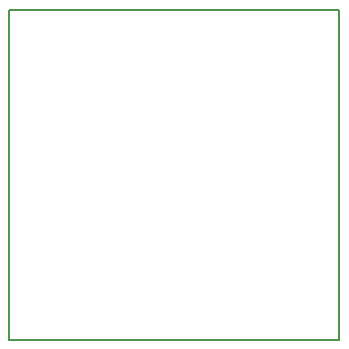
<source format=gbr>
G04 #@! TF.GenerationSoftware,KiCad,Pcbnew,(5.1.9-0-10_14)*
G04 #@! TF.CreationDate,2021-11-30T17:14:19-08:00*
G04 #@! TF.ProjectId,t44-serial,7434342d-7365-4726-9961-6c2e6b696361,rev?*
G04 #@! TF.SameCoordinates,Original*
G04 #@! TF.FileFunction,Profile,NP*
%FSLAX46Y46*%
G04 Gerber Fmt 4.6, Leading zero omitted, Abs format (unit mm)*
G04 Created by KiCad (PCBNEW (5.1.9-0-10_14)) date 2021-11-30 17:14:19*
%MOMM*%
%LPD*%
G01*
G04 APERTURE LIST*
G04 #@! TA.AperFunction,Profile*
%ADD10C,0.200000*%
G04 #@! TD*
G04 APERTURE END LIST*
D10*
X134620000Y-139700000D02*
X134620000Y-111760000D01*
X162560000Y-139700000D02*
X134620000Y-139700000D01*
X162560000Y-111760000D02*
X162560000Y-139700000D01*
X134620000Y-111760000D02*
X162560000Y-111760000D01*
M02*

</source>
